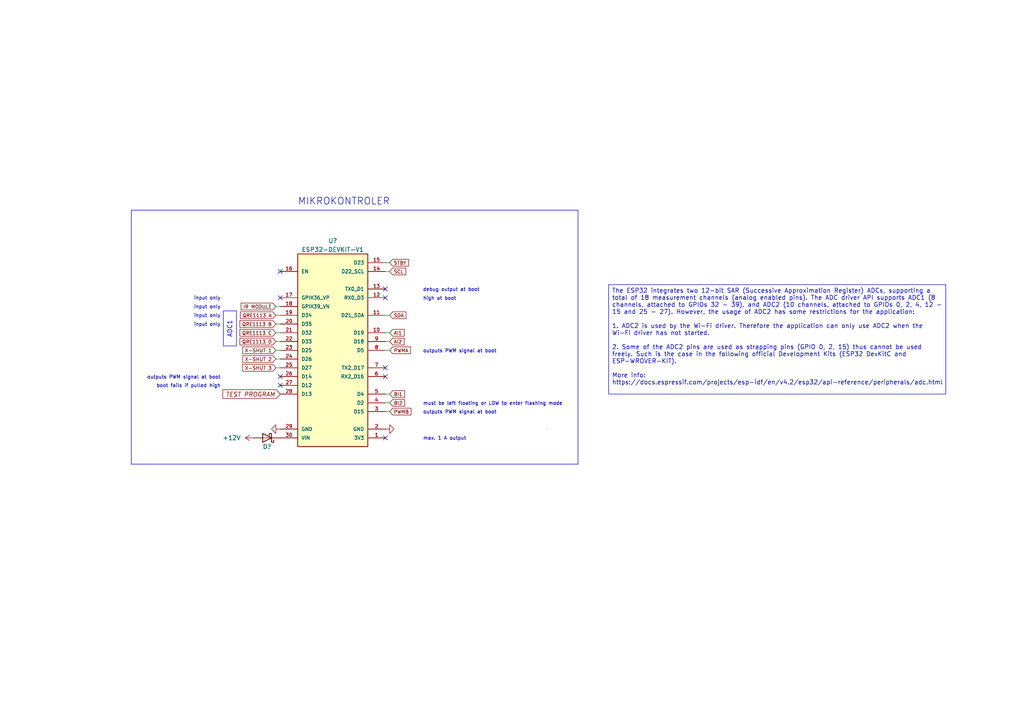
<source format=kicad_sch>
(kicad_sch (version 20230121) (generator eeschema)
  (paper "A4")
  (lib_symbols
    (symbol "+12V_1" (power) (pin_names (offset 0))
      (property "Value" "+12V_1" (at 0 3.556 0))
      (symbol "+12V_1_0_1"
        (polyline (pts (xy -0.762 1.27) (xy 0 2.54)))
        (polyline (pts (xy 0 0) (xy 0 2.54)))
        (polyline (pts (xy 0 2.54) (xy 0.762 1.27)))
      )
      (symbol "+12V_1_1_1"
        (pin power_in line (at 0 0 90) (length 0) hide (name "+12V") (number "1"))
      )
    )
    (symbol "Device:D_Schottky" (pin_numbers hide) (pin_names (offset 1.016) hide)
      (property "Reference" "D" (at 0 2.54 0))
      (property "Value" "D_Schottky" (at 0 -2.54 0))
      (symbol "D_Schottky_0_1"
        (polyline (pts (xy 1.27 0) (xy -1.27 0)))
        (polyline (pts (xy 1.27 1.27) (xy 1.27 -1.27) (xy -1.27 0) (xy 1.27 1.27)) (stroke (width 0.254)))
        (polyline (pts (xy -1.905 0.635) (xy -1.905 1.27) (xy -1.27 1.27) (xy -1.27 -1.27) (xy -0.635 -1.27) (xy -0.635 -0.635)) (stroke (width 0.254)))
      )
      (symbol "D_Schottky_1_1"
        (pin passive line (at -3.81 0 0) (length 2.54) (name "K") (number "1"))
        (pin passive line (at 3.81 0 180) (length 2.54) (name "A") (number "2"))
      )
    )
    (symbol "ESP32-DEVKIT-V1:ESP32-DEVKIT-V1" (pin_names (offset 1.016))
      (property "Reference" "U6" (at 0 31.75 0))
      (property "Value" "ESP32-DEVKIT-V1" (at 0 29.21 0))
      (symbol "ESP32-DEVKIT-V1_0_0"
        (rectangle (start -10.16 27.94) (end 10.16 -27.94) (stroke (width 0.254)) (fill (type background)))
        (pin output line (at 15.24 -25.4 180) (length 5.08) (name "3V3") (number "1"))
        (pin bidirectional line (at 15.24 5.08 180) (length 5.08) (name "D19") (number "10"))
        (pin bidirectional line (at 15.24 10.16 180) (length 5.08) (name "D21_SDA") (number "11"))
        (pin input line (at 15.24 15.24 180) (length 5.08) (name "RX0_D3") (number "12"))
        (pin output line (at 15.24 17.78 180) (length 5.08) (name "TX0_D1") (number "13"))
        (pin bidirectional line (at 15.24 22.86 180) (length 5.08) (name "D22_SCL") (number "14"))
        (pin bidirectional line (at 15.24 25.4 180) (length 5.08) (name "D23") (number "15"))
        (pin input line (at -15.24 22.86 0) (length 5.08) (name "EN") (number "16"))
        (pin bidirectional line (at -15.24 15.24 0) (length 5.08) (name "GPIX36_VP") (number "17"))
        (pin bidirectional line (at -15.24 12.7 0) (length 5.08) (name "GPIX39_VN") (number "18"))
        (pin bidirectional line (at -15.24 10.16 0) (length 5.08) (name "D34") (number "19"))
        (pin power_in line (at 15.24 -22.86 180) (length 5.08) (name "GND") (number "2"))
        (pin bidirectional line (at -15.24 7.62 0) (length 5.08) (name "D35") (number "20"))
        (pin bidirectional line (at -15.24 5.08 0) (length 5.08) (name "D32") (number "21"))
        (pin bidirectional line (at -15.24 2.54 0) (length 5.08) (name "D33") (number "22"))
        (pin bidirectional line (at -15.24 0 0) (length 5.08) (name "D25") (number "23"))
        (pin bidirectional line (at -15.24 -2.54 0) (length 5.08) (name "D26") (number "24"))
        (pin bidirectional line (at -15.24 -5.08 0) (length 5.08) (name "D27") (number "25"))
        (pin bidirectional line (at -15.24 -7.62 0) (length 5.08) (name "D14") (number "26"))
        (pin bidirectional line (at -15.24 -10.16 0) (length 5.08) (name "D12") (number "27"))
        (pin bidirectional line (at -15.24 -12.7 0) (length 5.08) (name "D13") (number "28"))
        (pin power_in line (at -15.24 -22.86 0) (length 5.08) (name "GND") (number "29"))
        (pin bidirectional line (at 15.24 -17.78 180) (length 5.08) (name "D15") (number "3"))
        (pin input line (at -15.24 -25.4 0) (length 5.08) (name "VIN") (number "30"))
        (pin bidirectional line (at 15.24 -15.24 180) (length 5.08) (name "D2") (number "4"))
        (pin bidirectional line (at 15.24 -12.7 180) (length 5.08) (name "D4") (number "5"))
        (pin input line (at 15.24 -7.62 180) (length 5.08) (name "RX2_D16") (number "6"))
        (pin output line (at 15.24 -5.08 180) (length 5.08) (name "TX2_D17") (number "7"))
        (pin bidirectional line (at 15.24 0 180) (length 5.08) (name "D5") (number "8"))
        (pin bidirectional line (at 15.24 2.54 180) (length 5.08) (name "D18") (number "9"))
      )
    )
    (symbol "GND_1" (power) (pin_names (offset 0))
      (property "Value" "GND_1" (at 0 -3.81 0))
      (symbol "GND_1_0_1"
        (polyline (pts (xy 0 0) (xy 0 -1.27) (xy 1.27 -1.27) (xy 0 -2.54) (xy -1.27 -1.27) (xy 0 -1.27)))
      )
      (symbol "GND_1_1_1"
        (pin power_in line (at 0 0 270) (length 0) hide (name "GND") (number "1"))
      )
    )
  )
  (no_connect (at 81.28 86.36))
  (no_connect (at 111.76 86.36))
  (no_connect (at 111.76 109.22))
  (no_connect (at 111.76 106.68))
  (no_connect (at 81.28 111.76))
  (no_connect (at 81.28 78.74))
  (no_connect (at 81.28 109.22))
  (no_connect (at 111.76 83.82))
  (no_connect (at 111.76 127))
  (polyline (pts (xy 38.1 60.96) (xy 38.1 63.5)))
  (wire (pts (xy 113.03 114.3) (xy 111.76 114.3)))
  (polyline (pts (xy 38.1 60.96) (xy 39.37 60.96)))
  (wire (pts (xy 80.01 93.98) (xy 81.28 93.98)))
  (wire (pts (xy 80.01 106.68) (xy 81.28 106.68)))
  (polyline (pts (xy 167.64 134.62) (xy 167.64 60.96)))
  (wire (pts (xy 113.03 99.06) (xy 111.76 99.06)))
  (wire (pts (xy 80.01 104.14) (xy 81.28 104.14)))
  (wire (pts (xy 113.03 76.2) (xy 111.76 76.2)))
  (wire (pts (xy 80.01 101.6) (xy 81.28 101.6)))
  (wire (pts (xy 111.76 96.52) (xy 113.03 96.52)))
  (wire (pts (xy 111.76 101.6) (xy 113.03 101.6)))
  (wire (pts (xy 80.01 91.44) (xy 81.28 91.44)))
  (wire (pts (xy 80.01 96.52) (xy 81.28 96.52)))
  (polyline (pts (xy 38.1 63.5) (xy 38.1 134.62)))
  (wire (pts (xy 113.03 78.74) (xy 111.76 78.74)))
  (polyline (pts (xy 167.64 60.96) (xy 39.37 60.96)))
  (wire (pts (xy 80.01 99.06) (xy 81.28 99.06)))
  (wire (pts (xy 113.03 119.38) (xy 111.76 119.38)))
  (wire (pts (xy 113.03 116.84) (xy 111.76 116.84)))
  (wire (pts (xy 80.01 88.9) (xy 81.28 88.9)))
  (wire (pts (xy 113.03 91.44) (xy 111.76 91.44)))
  (polyline (pts (xy 38.1 134.62) (xy 167.64 134.62)))
  (text_box "debug output at boot" (at 121.92 82.55 0) (size 31.75 2.54) (stroke (width -0.0001)) (effects (font (size 1 1)) (justify left top)))
  (text_box "input only" (at 40.64 92.71 0) (size 24.13 2.54) (stroke (width -0.0001)) (effects (font (size 1 1)) (justify right)))
  (text_box "outputs PWM signal at boot" (at 27.94 107.95 0) (size 36.83 2.54) (stroke (width -0.0001)) (effects (font (size 1 1)) (justify right top)))
  (text_box "outputs PWM signal at boot" (at 121.92 118.11 0) (size 29.21 2.54) (stroke (width -0.0001)) (effects (font (size 1 1)) (justify left)))
  (text_box "input only" (at 40.64 90.17 0) (size 24.13 2.54) (stroke (width -0.0001)) (effects (font (size 1 1)) (justify right)))
  (text_box "max. 1 A output" (at 121.92 125.73 0) (size 29.21 2.54) (stroke (width -0.0001)) (effects (font (size 1 1)) (justify left)))
  (text_box "" (at 158.75 124.46 0) (size 0 0) (effects (font (size 1.27 1.27)) (justify left)))
  (text_box "The ESP32 integrates two 12-bit SAR (Successive Approximation Register) ADCs, supporting a total of 18 measurement channels (analog enabled pins). The ADC driver API supports ADC1 (8 channels, attached to GPIOs 32 - 39), and ADC2 (10 channels, attached to GPIOs 0, 2, 4, 12 - 15 and 25 - 27). However, the usage of ADC2 has some restrictions for the application:\n\n1. ADC2 is used by the Wi-Fi driver. Therefore the application can only use ADC2 when the Wi-Fi driver has not started.\n\n2. Some of the ADC2 pins are used as strapping pins (GPIO 0, 2, 15) thus cannot be used freely. Such is the case in the following official Development Kits (ESP32 DevKitC and ESP-WROVER-KIT).\n\nMore info: https://docs.espressif.com/projects/esp-idf/en/v4.2/esp32/api-reference/peripherals/adc.html" (at 176.53 82.55 0) (size 97.79 31.75) (effects (font (size 1.27 1.27)) (justify left top)))
  (text_box "boot fails if pulled high" (at 26.67 110.49 0) (size 38.1 2.54) (stroke (width -0.0001)) (effects (font (size 1 1)) (justify right)))
  (text_box "must be left floating or LOW to enter flashing mode" (at 121.92 115.57 0) (size 43.18 2.54) (stroke (width -0.0001)) (effects (font (size 1 1)) (justify left top)))
  (text_box "input only" (at 40.64 85.09 0) (size 24.13 2.54) (stroke (width -0.0001)) (effects (font (size 1 1)) (justify right)))
  (text_box "input only" (at 40.64 87.63 0) (size 24.13 2.54) (stroke (width -0.0001)) (effects (font (size 1 1)) (justify right)))
  (text_box "outputs PWM signal at boot" (at 121.92 100.33 0) (size 36.83 2.54) (stroke (width -0.0001)) (effects (font (size 1 1)) (justify left top)))
  (text_box "high at boot" (at 121.92 85.09 0) (size 40.64 2.54) (stroke (width -0.0001)) (effects (font (size 1 1)) (justify left top)))
  (text_box "ADC1" (at 64.77 90.17 90) (size 3.81 10.16) (effects (font (size 1.27 1.27))))
  (text "MIKROKONTROLER" (at 86.36 59.69 0) (effects (font (size 2 2)) (justify left bottom)))
  (global_label "X-SHUT 2" (shape input) (at 80.01 104.14 180) (effects (font (size 1 1))) (property "Intersheetrefs" "${INTERSHEET_REFS}" (effects hide)))
  (global_label "SDA" (shape input) (at 113.03 91.44 0) (effects (font (size 1 1))) (property "Intersheetrefs" "${INTERSHEET_REFS}" (effects hide)))
  (global_label "STBY" (shape input) (at 113.03 76.2 0) (effects (font (size 1 1))) (property "Intersheetrefs" "${INTERSHEET_REFS}" (effects hide)))
  (global_label "AI1" (shape input) (at 113.03 96.52 0) (effects (font (size 1 1))) (property "Intersheetrefs" "${INTERSHEET_REFS}" (effects hide)))
  (global_label "X-SHUT 1" (shape input) (at 80.01 101.6 180) (effects (font (size 1 1))) (property "Intersheetrefs" "${INTERSHEET_REFS}" (effects hide)))
  (global_label "BI2" (shape input) (at 113.03 116.84 0) (effects (font (size 1 1))) (property "Intersheetrefs" "${INTERSHEET_REFS}" (effects hide)))
  (global_label "QRE1113 D" (shape input) (at 80.01 99.06 180) (effects (font (size 1 1))) (property "Intersheetrefs" "${INTERSHEET_REFS}" (effects hide)))
  (global_label "SCL" (shape input) (at 113.03 78.74 0) (effects (font (size 1 1))) (property "Intersheetrefs" "${INTERSHEET_REFS}" (effects hide)))
  (global_label "AI2" (shape input) (at 113.03 99.06 0) (effects (font (size 1 1))) (property "Intersheetrefs" "${INTERSHEET_REFS}" (effects hide)))
  (global_label "QRE1113 C" (shape input) (at 80.01 96.52 180) (effects (font (size 1 1))) (property "Intersheetrefs" "${INTERSHEET_REFS}" (effects hide)))
  (global_label "IR MODULE" (shape input) (at 80.01 88.9 180) (effects (font (size 1 1))) (property "Intersheetrefs" "${INTERSHEET_REFS}" (effects hide)))
  (global_label "BI1" (shape input) (at 113.03 114.3 0) (effects (font (size 1 1))) (property "Intersheetrefs" "${INTERSHEET_REFS}" (effects hide)))
  (global_label "QRE1113 A" (shape input) (at 80.01 91.44 180) (effects (font (size 1 1))) (property "Intersheetrefs" "${INTERSHEET_REFS}" (effects hide)))
  (global_label "PWMA" (shape input) (at 113.03 101.6 0) (effects (font (size 1 1))) (property "Intersheetrefs" "${INTERSHEET_REFS}" (effects hide)))
  (global_label "PWMB" (shape input) (at 113.03 119.38 0) (effects (font (size 1 1))) (property "Intersheetrefs" "${INTERSHEET_REFS}" (effects hide)))
  (global_label "TEST PROGRAM" (shape input) (at 81.28 114.3 180) (effects (font italic)) (property "Intersheetrefs" "${INTERSHEET_REFS}" (effects hide)))
  (global_label "X-SHUT 3" (shape input) (at 80.01 106.68 180) (effects (font (size 1 1))) (property "Intersheetrefs" "${INTERSHEET_REFS}" (effects hide)))
  (global_label "QRE1113 B" (shape input) (at 80.01 93.98 180) (effects (font (size 1 1))) (property "Intersheetrefs" "${INTERSHEET_REFS}" (effects hide)))
  (symbol (lib_name "GND_1") (lib_id "power:GND") (at 111.76 124.46 90) (unit 1)
    (property "Reference" "#PWR?" (effects hide))
    (property "Value" "GND" (effects hide))
    (instances (project "sumec" (path "" (reference "#PWR?") (unit 1)) (path "" (reference "#PWR0102") (unit 1))))
  )
  (symbol (lib_name "GND_1") (lib_id "power:GND") (at 81.28 124.46 270) (unit 1)
    (property "Reference" "#PWR?" (effects hide))
    (property "Value" "GND" (effects hide))
    (instances (project "sumec" (path "" (reference "#PWR?") (unit 1)) (path "" (reference "#PWR0103") (unit 1))))
  )
  (symbol (lib_name "+12V_1") (lib_id "power:+12V") (at 73.66 127 90) (unit 1)
    (property "Reference" "#PWR?" (effects hide))
    (property "Value" "+12V" (at 69.85 127 90) (effects (justify left)))
    (instances (project "sumec" (path "" (reference "#PWR?") (unit 1)) (path "" (reference "#PWR0101") (unit 1))))
  )
  (symbol (lib_id "Device:D_Schottky") (at 77.47 127 180) (unit 1)
    (property "Reference" "D?" (at 77.47 129.54 0))
    (property "Value" "D_Schottky" (effects hide))
    (property "Footprint" "Diode_THT:D_A-405_P10.16mm_Horizontal" (effects hide))
    (instances (project "sumec" (path "" (reference "D?") (unit 1)) (path "" (reference "D1") (unit 1))))
  )
  (symbol (lib_id "ESP32-DEVKIT-V1:ESP32-DEVKIT-V1") (at 96.52 101.6 0) (unit 1)
    (property "Reference" "U?" (at 96.52 69.85 0))
    (property "Value" "ESP32-DEVKIT-V1" (at 96.52 72.39 0))
    (property "Footprint" "ESP32 DOIT DevKit:MODULE_ESP32_DEVKIT_V1 B_Cu - PADS" (effects hide))
    (property "PARTREV" "N/A" (effects hide))
    (property "MANUFACTURER" "DOIT" (effects hide))
    (property "MAXIMUM_PACKAGE_HEIGHT" "6.8 mm" (effects hide))
    (property "STANDARD" "Manufacturer Recommendations" (effects hide))
    (instances (project "sumec" (path "" (reference "U?") (unit 1)) (path "" (reference "U12") (unit 1))))
  )
)
</source>
